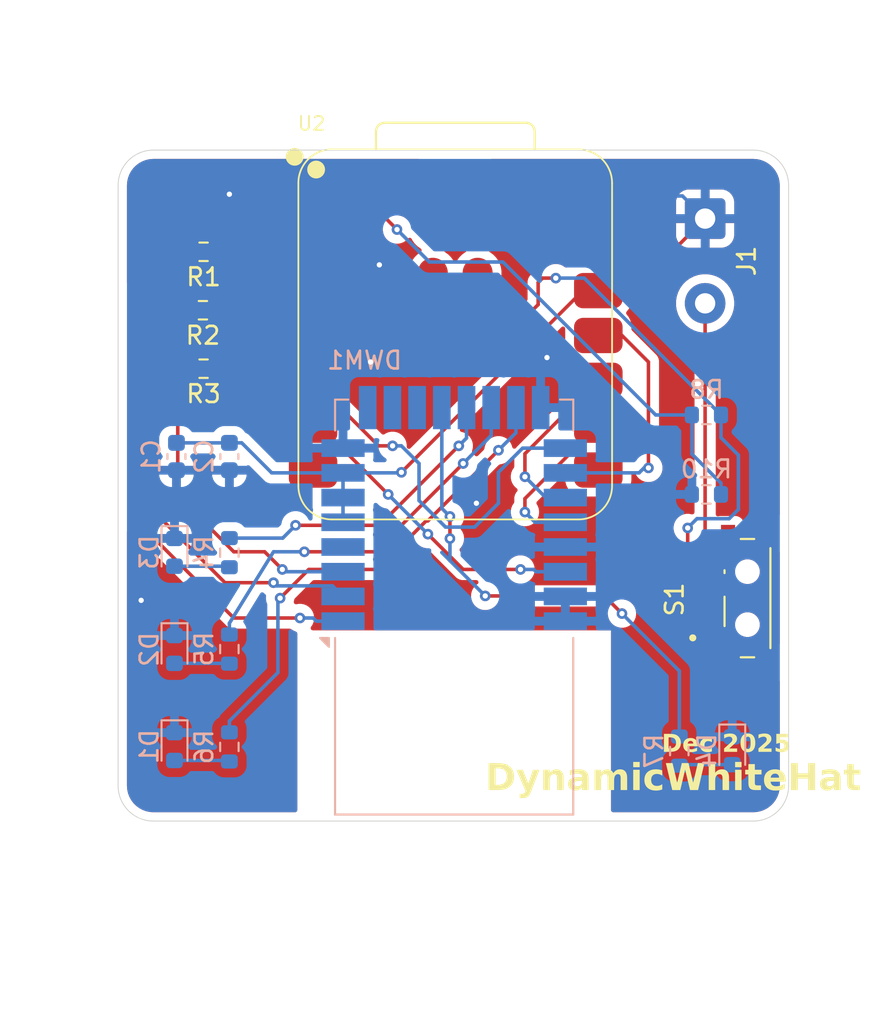
<source format=kicad_pcb>
(kicad_pcb (version 20241229) (generator "pcbnew") (generator_version "9.0")
  (layers (0 "F.Cu" signal) (2 "B.Cu" signal) (13 "F.Paste" user) (15 "B.Paste" user) (5 "F.SilkS" user "F.Silkscreen") (7 "B.SilkS" user "B.Silkscreen") (1 "F.Mask" user) (3 "B.Mask" user) (25 "Edge.Cuts" user))
  (net 0 "")
  (net 1 "GND")
  (net 2 "+3V3")
  (net 3 "Net-(D1-A)")
  (net 4 "Net-(D2-A)")
  (net 5 "Net-(D3-A)")
  (net 6 "Net-(D4-A)")
  (net 7 "Net-(DWM1-WAKEUP)")
  (net 8 "Net-(DWM1-GPIO2{slash}RXLED)")
  (net 9 "Net-(DWM1-EXTON)")
  (net 11 "/MOSI")
  (net 12 "Net-(DWM1-GPIO0{slash}RXOKLED)")
  (net 13 "Net-(DWM1-GPIO1{slash}SFDLED)")
  (net 15 "Net-(DWM1-~{RST})")
  (net 16 "/IRQ")
  (net 17 "/CS")
  (net 18 "/MISO")
  (net 21 "Net-(DWM1-GPIO3{slash}TXLED)")
  (net 22 "/CLK")
  (net 23 "Net-(J1-Pin_2)")
  (net 24 "/EXTON")
  (net 25 "/WAKEUP")
  (net 26 "/RST")
  (net 27 "/VSENSE")
  (net 38 "Net-(S1-COM)")
  (footprint "Resistor_SMD:R_0603_1608Metric" (layer "F.Cu") (at 155.5375 83.76 180)
    (property "Reference" "R1" (at 0 -1.43 180) (layer "F.SilkS"))
    (property "Value" "1k")
    (fp_line (start -0.237258 0.5225) (end 0.237258 0.5225) (stroke (width 0.12)) (layer "F.SilkS"))
    (fp_line (start -0.237258 -0.5225) (end 0.237258 -0.5225) (stroke (width 0.12)) (layer "F.SilkS"))
    (pad "1" smd roundrect (at -0.825 0 180) (size 0.8 0.95) (layers "F.Cu" "F.Mask" "F.Paste") (net 24 "/EXTON"))
    (pad "2" smd roundrect (at 0.825 0 180) (size 0.8 0.95) (layers "F.Cu" "F.Mask" "F.Paste") (net 9 "Net-(DWM1-EXTON)"))
  )
  (footprint "Xiao:XIAO-ESP32S3-SMD" (layer "F.Cu") (at 169.805864 88.453)
    (property "Reference" "U2" (at -9 -11.5 0) (layer "F.SilkS") (effects (font (size 0.78232 0.78232) (thickness 0.10668)) (justify left bottom)))
    (property "Value" "XIAO-ESP32-S3-SMD")
    (fp_line (start -8.896364 8.56) (end -8.896364 -8.585) (stroke (width 0.1)) (layer "F.SilkS"))
    (fp_line (start -6.991364 10.465) (end 6.978636 10.465) (stroke (width 0.1)) (layer "F.SilkS"))
    (fp_line (start -4.501364 -10.49) (end -4.497636 -11.500272) (stroke (width 0.127)) (layer "F.SilkS"))
    (fp_line (start -3.997636 -12) (end 3.997636 -12) (stroke (width 0.127)) (layer "F.SilkS"))
    (fp_line (start 4.497636 -11.5) (end 4.497636 -10.49) (stroke (width 0.127)) (layer "F.SilkS"))
    (fp_line (start 6.978636 -10.49) (end -6.991364 -10.49) (stroke (width 0.1)) (layer "F.SilkS"))
    (fp_line (start 8.883636 8.56) (end 8.883636 -8.585) (stroke (width 0.1)) (layer "F.SilkS"))
    (fp_arc (start -8.896364 -8.589) (mid -8.338402 -9.936038) (end -6.991364 -10.494) (stroke (width 0.1)) (layer "F.SilkS"))
    (fp_arc (start -6.991364 10.465) (mid -8.338402 9.907038) (end -8.896364 8.56) (stroke (width 0.1)) (layer "F.SilkS"))
    (fp_arc (start -4.497636 -11.500272) (mid -4.351088 -11.853644) (end -3.997636 -12) (stroke (width 0.127)) (layer "F.SilkS"))
    (fp_arc (start 3.997636 -12) (mid 4.351189 -11.853553) (end 4.497636 -11.5) (stroke (width 0.127)) (layer "F.SilkS"))
    (fp_arc (start 6.978636 -10.49) (mid 8.325674 -9.932038) (end 8.883636 -8.585) (stroke (width 0.1)) (layer "F.SilkS"))
    (fp_arc (start 8.883636 8.56) (mid 8.325674 9.907038) (end 6.978636 10.465) (stroke (width 0.1)) (layer "F.SilkS"))
    (fp_circle (center -9.106364 -10.074) (end -9.106364 -10.328) (stroke (width 0.5)) (fill yes) (layer "F.SilkS"))
    (fp_circle (center -7.889364 -9.351) (end -7.889364 -9.605) (stroke (width 0.5)) (fill yes) (layer "F.SilkS"))
    (pad "1" smd roundrect (at -8.061364 -7.573) (size 2.75 2) (layers "F.Cu" "F.Mask" "F.Paste") (net 27 "/VSENSE"))
    (pad "2" smd roundrect (at -8.061364 -5.033) (size 2.75 2) (layers "F.Cu" "F.Mask" "F.Paste") (net 24 "/EXTON"))
    (pad "3" smd roundrect (at -8.061364 -2.493) (size 2.75 2) (layers "F.Cu" "F.Mask" "F.Paste") (net 25 "/WAKEUP"))
    (pad "4" smd roundrect (at -8.061364 0.047) (size 2.75 2) (layers "F.Cu" "F.Mask" "F.Paste") (net 26 "/RST"))
    (pad "5" smd roundrect (at -8.061364 2.587) (size 2.75 2) (layers "F.Cu" "F.Mask" "F.Paste") (net 17 "/CS"))
    (pad "6" smd roundrect (at -8.061364 5.127) (size 2.75 2) (layers "F.Cu" "F.Mask" "F.Paste") (net 16 "/IRQ"))
    (pad "7" smd roundrect (at -8.061364 7.667) (size 2.75 2) (layers "F.Cu" "F.Mask" "F.Paste"))
    (pad "8" smd roundrect (at 8.103636 7.667) (size 2.75 2) (layers "F.Cu" "F.Mask" "F.Paste"))
    (pad "9" smd roundrect (at 8.103636 5.127) (size 2.75 2) (layers "F.Cu" "F.Mask" "F.Paste") (net 22 "/CLK"))
    (pad "10" smd roundrect (at 8.103636 2.587) (size 2.75 2) (layers "F.Cu" "F.Mask" "F.Paste") (net 18 "/MISO"))
    (pad "11" smd roundrect (at 8.103636 0.047) (size 2.75 2) (layers "F.Cu" "F.Mask" "F.Paste") (net 11 "/MOSI"))
    (pad "12" smd roundrect (at 8.103636 -2.493) (size 2.75 2) (layers "F.Cu" "F.Mask" "F.Paste") (net 2 "+3V3"))
    (pad "13" smd roundrect (at 8.103636 -5.033) (size 2.75 2) (layers "F.Cu" "F.Mask" "F.Paste") (net 1 "GND"))
    (pad "14" smd roundrect (at 8.103636 -7.573) (size 2.75 2) (layers "F.Cu" "F.Mask" "F.Paste"))
    (pad "15" smd roundrect (at -4.451364 -0.335 180) (size 2.5 1.1) (layers "F.Cu" "F.Mask" "F.Paste") (net 38 "Net-(S1-COM)"))
    (pad "16" smd roundrect (at -4.451364 -2.24 180) (size 2.5 1.1) (layers "F.Cu" "F.Mask" "F.Paste") (net 1 "GND"))
    (pad "17" smd circle (at -1.276364 -8.585) (size 1.7 1.7) (layers "F.Cu" "F.Mask" "F.Paste"))
    (pad "18" smd circle (at 1.263636 -8.585) (size 1.7 1.7) (layers "F.Cu" "F.Mask" "F.Paste"))
    (pad "19" smd circle (at -1.276364 -6.045) (size 1.7 1.7) (layers "F.Cu" "F.Mask" "F.Paste"))
    (pad "20" smd circle (at 1.263636 -6.045) (size 1.7 1.7) (layers "F.Cu" "F.Mask" "F.Paste") (net 1 "GND"))
    (pad "21" smd circle (at -1.276364 -3.505) (size 1.7 1.7) (layers "F.Cu" "F.Mask" "F.Paste"))
    (pad "22" smd circle (at 1.263636 -3.505) (size 1.7 1.7) (layers "F.Cu" "F.Mask" "F.Paste"))
    (pad "23" smd circle (at -1.276364 -0.965) (size 1.7 1.7) (layers "F.Cu" "F.Mask" "F.Paste"))
    (pad "24" smd circle (at 1.263636 -0.965) (size 1.7 1.7) (layers "F.Cu" "F.Mask" "F.Paste"))
  )
  (footprint "Resistor_SMD:R_0603_1608Metric" (layer "F.Cu") (at 155.5375 90.38 180)
    (property "Reference" "R3" (at 0 -1.43 180) (layer "F.SilkS"))
    (property "Value" "1k")
    (fp_line (start -0.237258 0.5225) (end 0.237258 0.5225) (stroke (width 0.12)) (layer "F.SilkS"))
    (fp_line (start -0.237258 -0.5225) (end 0.237258 -0.5225) (stroke (width 0.12)) (layer "F.SilkS"))
    (pad "1" smd roundrect (at -0.825 0 180) (size 0.8 0.95) (layers "F.Cu" "F.Mask" "F.Paste") (net 26 "/RST"))
    (pad "2" smd roundrect (at 0.825 0 180) (size 0.8 0.95) (layers "F.Cu" "F.Mask" "F.Paste") (net 15 "Net-(DWM1-~{RST})"))
  )
  (footprint "Connector_Wire:SolderWire-0.5sqmm_1x02_P4.8mm_D0.9mm_OD2.3mm" (layer "F.Cu") (at 183.9625 81.88 -90)
    (property "Reference" "J1" (at 2.4 -2.35 90) (layer "F.SilkS"))
    (property "Value" "Conn_01x02_Socket")
    (pad "1" thru_hole roundrect (at 0 0 270) (size 2.3 2.3) (drill 1.15) (layers "*.Cu" "*.Mask") (roundrect_rratio 0.108696) (net 1 "GND"))
    (pad "2" thru_hole circle (at 4.8 0 270) (size 2.3 2.3) (drill 1.15) (layers "*.Cu" "*.Mask") (net 23 "Net-(J1-Pin_2)"))
  )
  (footprint "'Swight:SW_SSSS811101" (layer "F.Cu") (at 186.3625 103.375 90)
    (property "Reference" "S1" (at -0.075 -4.135 90) (layer "F.SilkS"))
    (property "Value" "JS102011CQN")
    (fp_line (start 1.42 -1.3) (end 1.58 -1.3) (stroke (width 0.127)) (layer "F.SilkS"))
    (fp_line (start -1.58 -1.3) (end 0.08 -1.3) (stroke (width 0.127)) (layer "F.SilkS"))
    (fp_line (start 3.35 0.38) (end 3.35 -0.38) (stroke (width 0.127)) (layer "F.SilkS"))
    (fp_line (start -3.35 0.38) (end -3.35 -0.38) (stroke (width 0.127)) (layer "F.SilkS"))
    (fp_line (start 2.83 1.3) (end -2.83 1.3) (stroke (width 0.127)) (layer "F.SilkS"))
    (fp_circle (center -2.25 -3.1) (end -2.15 -3.1) (stroke (width 0.2)) (fill no) (layer "F.SilkS"))
    (pad "" np_thru_hole circle (at -1.5 0 90) (size 0.9 0.9) (drill 0.9) (layers "*.Cu" "*.Mask"))
    (pad "" np_thru_hole circle (at 1.5 0 90) (size 0.9 0.9) (drill 0.9) (layers "*.Cu" "*.Mask"))
    (pad "1" smd rect (at -2.25 -1.75 90) (size 0.7 1.5) (layers "F.Cu" "F.Mask" "F.Paste"))
    (pad "2" smd rect (at 0.75 -1.75 90) (size 0.7 1.5) (layers "F.Cu" "F.Mask" "F.Paste") (net 38 "Net-(S1-COM)"))
    (pad "3" smd rect (at 2.25 -1.75 90) (size 0.7 1.5) (layers "F.Cu" "F.Mask" "F.Paste") (net 23 "Net-(J1-Pin_2)"))
    (pad "SH1" smd rect (at -3.65 -1.1 90) (size 1 0.8) (layers "F.Cu" "F.Mask" "F.Paste"))
    (pad "SH2" smd rect (at 3.65 -1.1 90) (size 1 0.8) (layers "F.Cu" "F.Mask" "F.Paste"))
    (pad "SH3" smd rect (at -3.65 1.1 90) (size 1 0.8) (layers "F.Cu" "F.Mask" "F.Paste"))
    (pad "SH4" smd rect (at 3.65 1.1 90) (size 1 0.8) (layers "F.Cu" "F.Mask" "F.Paste"))
  )
  (footprint "Resistor_SMD:R_0603_1608Metric" (layer "F.Cu") (at 155.5 87.07 180)
    (property "Reference" "R2" (at 0 -1.43 180) (layer "F.SilkS"))
    (property "Value" "1k")
    (fp_line (start -0.237258 0.5225) (end 0.237258 0.5225) (stroke (width 0.12)) (layer "F.SilkS"))
    (fp_line (start -0.237258 -0.5225) (end 0.237258 -0.5225) (stroke (width 0.12)) (layer "F.SilkS"))
    (pad "1" smd roundrect (at -0.825 0 180) (size 0.8 0.95) (layers "F.Cu" "F.Mask" "F.Paste") (net 25 "/WAKEUP"))
    (pad "2" smd roundrect (at 0.825 0 180) (size 0.8 0.95) (layers "F.Cu" "F.Mask" "F.Paste") (net 7 "Net-(DWM1-WAKEUP)"))
  )
  (footprint "Resistor_SMD:R_0603_1608Metric" (layer "B.Cu") (at 184.0375 97.5 180)
    (property "Reference" "R10" (at 0 1.43 0) (layer "B.SilkS") (effects (justify mirror)))
    (property "Value" "220k")
    (fp_line (start -0.237258 0.5225) (end 0.237258 0.5225) (stroke (width 0.12)) (layer "B.SilkS"))
    (fp_line (start -0.237258 -0.5225) (end 0.237258 -0.5225) (stroke (width 0.12)) (layer "B.SilkS"))
    (pad "1" smd roundrect (at -0.825 0 180) (size 0.8 0.95) (layers "B.Cu" "B.Mask" "B.Paste") (net 27 "/VSENSE"))
    (pad "2" smd roundrect (at 0.825 0 180) (size 0.8 0.95) (layers "B.Cu" "B.Mask" "B.Paste") (net 1 "GND"))
  )
  (footprint "LED_SMD:LED_0603_1608Metric" (layer "B.Cu") (at 153.89 100.78 -90)
    (property "Reference" "D3" (at 0 1.43 90) (layer "B.SilkS") (effects (justify mirror)))
    (property "Value" "LED")
    (fp_line (start -1.485 0.735) (end -1.485 -0.735) (stroke (width 0.12)) (layer "B.SilkS"))
    (fp_line (start 0.8 0.735) (end -1.485 0.735) (stroke (width 0.12)) (layer "B.SilkS"))
    (fp_line (start -1.485 -0.735) (end 0.8 -0.735) (stroke (width 0.12)) (layer "B.SilkS"))
    (pad "1" smd roundrect (at -0.7875 0 270) (size 0.875 0.95) (layers "B.Cu" "B.Mask" "B.Paste") (net 1 "GND"))
    (pad "2" smd roundrect (at 0.7875 0 270) (size 0.875 0.95) (layers "B.Cu" "B.Mask" "B.Paste") (net 5 "Net-(D3-A)"))
  )
  (footprint "Resistor_SMD:R_0603_1608Metric" (layer "B.Cu") (at 157 100.8 -90)
    (property "Reference" "R4" (at 0 1.43 90) (layer "B.SilkS") (effects (justify mirror)))
    (property "Value" "470R")
    (fp_line (start -0.237258 0.5225) (end 0.237258 0.5225) (stroke (width 0.12)) (layer "B.SilkS"))
    (fp_line (start -0.237258 -0.5225) (end 0.237258 -0.5225) (stroke (width 0.12)) (layer "B.SilkS"))
    (pad "1" smd roundrect (at -0.825 0 270) (size 0.8 0.95) (layers "B.Cu" "B.Mask" "B.Paste") (net 8 "Net-(DWM1-GPIO2{slash}RXLED)"))
    (pad "2" smd roundrect (at 0.825 0 270) (size 0.8 0.95) (layers "B.Cu" "B.Mask" "B.Paste") (net 5 "Net-(D3-A)"))
  )
  (footprint "Resistor_SMD:R_0603_1608Metric" (layer "B.Cu") (at 182.5 112.0375 -90)
    (property "Reference" "R7" (at 0 1.43 90) (layer "B.SilkS") (effects (justify mirror)))
    (property "Value" "470R")
    (fp_line (start -0.237258 0.5225) (end 0.237258 0.5225) (stroke (width 0.12)) (layer "B.SilkS"))
    (fp_line (start -0.237258 -0.5225) (end 0.237258 -0.5225) (stroke (width 0.12)) (layer "B.SilkS"))
    (pad "1" smd roundrect (at -0.825 0 270) (size 0.8 0.95) (layers "B.Cu" "B.Mask" "B.Paste") (net 21 "Net-(DWM1-GPIO3{slash}TXLED)"))
    (pad "2" smd roundrect (at 0.825 0 270) (size 0.8 0.95) (layers "B.Cu" "B.Mask" "B.Paste") (net 6 "Net-(D4-A)"))
  )
  (footprint "Capacitor_SMD:C_0603_1608Metric" (layer "B.Cu") (at 154 95.355 -90)
    (property "Reference" "C1" (at 0 1.43 90) (layer "B.SilkS") (effects (justify mirror)))
    (property "Value" "10uF")
    (fp_line (start -0.14058 0.51) (end 0.14058 0.51) (stroke (width 0.12)) (layer "B.SilkS"))
    (fp_line (start -0.14058 -0.51) (end 0.14058 -0.51) (stroke (width 0.12)) (layer "B.SilkS"))
    (pad "1" smd roundrect (at -0.775 0 270) (size 0.9 0.95) (layers "B.Cu" "B.Mask" "B.Paste") (net 2 "+3V3"))
    (pad "2" smd roundrect (at 0.775 0 270) (size 0.9 0.95) (layers "B.Cu" "B.Mask" "B.Paste") (net 1 "GND"))
  )
  (footprint "LED_SMD:LED_0603_1608Metric" (layer "B.Cu") (at 153.89 106.28 -90)
    (property "Reference" "D2" (at 0 1.43 90) (layer "B.SilkS") (effects (justify mirror)))
    (property "Value" "LED")
    (fp_line (start -1.485 0.735) (end -1.485 -0.735) (stroke (width 0.12)) (layer "B.SilkS"))
    (fp_line (start 0.8 0.735) (end -1.485 0.735) (stroke (width 0.12)) (layer "B.SilkS"))
    (fp_line (start -1.485 -0.735) (end 0.8 -0.735) (stroke (width 0.12)) (layer "B.SilkS"))
    (pad "1" smd roundrect (at -0.7875 0 270) (size 0.875 0.95) (layers "B.Cu" "B.Mask" "B.Paste") (net 1 "GND"))
    (pad "2" smd roundrect (at 0.7875 0 270) (size 0.875 0.95) (layers "B.Cu" "B.Mask" "B.Paste") (net 4 "Net-(D2-A)"))
  )
  (footprint "LED_SMD:LED_0603_1608Metric" (layer "B.Cu") (at 153.89 111.78 -90)
    (property "Reference" "D1" (at 0 1.43 90) (layer "B.SilkS") (effects (justify mirror)))
    (property "Value" "LED")
    (fp_line (start -1.485 0.735) (end -1.485 -0.735) (stroke (width 0.12)) (layer "B.SilkS"))
    (fp_line (start 0.8 0.735) (end -1.485 0.735) (stroke (width 0.12)) (layer "B.SilkS"))
    (fp_line (start -1.485 -0.735) (end 0.8 -0.735) (stroke (width 0.12)) (layer "B.SilkS"))
    (pad "1" smd roundrect (at -0.7875 0 270) (size 0.875 0.95) (layers "B.Cu" "B.Mask" "B.Paste") (net 1 "GND"))
    (pad "2" smd roundrect (at 0.7875 0 270) (size 0.875 0.95) (layers "B.Cu" "B.Mask" "B.Paste") (net 3 "Net-(D1-A)"))
  )
  (footprint "RF_Module:DWM1000" (layer "B.Cu") (at 169.74 103.88)
    (property "Reference" "DWM1" (at -5.08 -13.97 0) (layer "B.SilkS") (effects (justify mirror)))
    (property "Value" "DWM1000")
    (fp_line (start -6.75 -11.75) (end -6.75 -10) (stroke (width 0.12)) (layer "B.SilkS"))
    (fp_line (start -6.75 11.75) (end -6.75 1.75) (stroke (width 0.12)) (layer "B.SilkS"))
    (fp_line (start -6.75 11.75) (end 6.75 11.75) (stroke (width 0.12)) (layer "B.SilkS"))
    (fp_line (start -6 -11.75) (end -6.75 -11.75) (stroke (width 0.12)) (layer "B.SilkS"))
    (fp_line (start 6 -11.75) (end 6.75 -11.75) (stroke (width 0.12)) (layer "B.SilkS"))
    (fp_line (start 6.75 -11.75) (end 6.75 -10) (stroke (width 0.12)) (layer "B.SilkS"))
    (fp_line (start 6.75 11.75) (end 6.75 1.75) (stroke (width 0.12)) (layer "B.SilkS"))
    (fp_poly (pts (xy -7.1 1.75) (xy -7.6 1.75) (xy -7.1 2.25) (xy -7.1 1.75)) (stroke (width 0.12)) (fill yes) (layer "B.SilkS"))
    (pad "1" smd rect (at -6.3 0.7988 270) (size 1 2.45) (layers "B.Cu" "B.Mask" "B.Paste") (net 9 "Net-(DWM1-EXTON)"))
    (pad "2" smd rect (at -6.3 -0.6012 270) (size 1 2.45) (layers "B.Cu" "B.Mask" "B.Paste") (net 7 "Net-(DWM1-WAKEUP)"))
    (pad "3" smd rect (at -6.3 -2.0012 270) (size 1 2.45) (layers "B.Cu" "B.Mask" "B.Paste") (net 15 "Net-(DWM1-~{RST})"))
    (pad "4" smd rect (at -6.3 -3.4012 270) (size 1 2.45) (layers "B.Cu" "B.Mask" "B.Paste"))
    (pad "5" smd rect (at -6.3 -4.8012 270) (size 1 2.45) (layers "B.Cu" "B.Mask" "B.Paste") (net 2 "+3V3"))
    (pad "6" smd rect (at -6.3 -6.2012 270) (size 1 2.45) (layers "B.Cu" "B.Mask" "B.Paste") (net 2 "+3V3"))
    (pad "7" smd rect (at -6.3 -7.6012 270) (size 1 2.45) (layers "B.Cu" "B.Mask" "B.Paste") (net 2 "+3V3"))
    (pad "8" smd rect (at -6.3 -9.0012 270) (size 1 2.45) (layers "B.Cu" "B.Mask" "B.Paste") (net 1 "GND"))
    (pad "9" smd rect (at -4.9 -11.2962) (size 1 2.45) (layers "B.Cu" "B.Mask" "B.Paste"))
    (pad "10" smd rect (at -3.5 -11.2962) (size 1 2.45) (layers "B.Cu" "B.Mask" "B.Paste"))
    (pad "11" smd rect (at -2.1 -11.2962) (size 1 2.45) (layers "B.Cu" "B.Mask" "B.Paste"))
    (pad "12" smd rect (at -0.7 -11.2962) (size 1 2.45) (layers "B.Cu" "B.Mask" "B.Paste") (net 21 "Net-(DWM1-GPIO3{slash}TXLED)"))
    (pad "13" smd rect (at 0.7 -11.2962) (size 1 2.45) (layers "B.Cu" "B.Mask" "B.Paste") (net 8 "Net-(DWM1-GPIO2{slash}RXLED)"))
    (pad "14" smd rect (at 2.1 -11.2962) (size 1 2.45) (layers "B.Cu" "B.Mask" "B.Paste") (net 13 "Net-(DWM1-GPIO1{slash}SFDLED)"))
    (pad "15" smd rect (at 3.5 -11.2962) (size 1 2.45) (layers "B.Cu" "B.Mask" "B.Paste") (net 12 "Net-(DWM1-GPIO0{slash}RXOKLED)"))
    (pad "16" smd rect (at 4.9 -11.2962) (size 1 2.45) (layers "B.Cu" "B.Mask" "B.Paste") (net 1 "GND"))
    (pad "17" smd rect (at 6.3 -9 270) (size 1 2.45) (layers "B.Cu" "B.Mask" "B.Paste") (net 17 "/CS"))
    (pad "18" smd rect (at 6.3 -7.6 270) (size 1 2.45) (layers "B.Cu" "B.Mask" "B.Paste") (net 11 "/MOSI"))
    (pad "19" smd rect (at 6.3 -6.2012 270) (size 1 2.45) (layers "B.Cu" "B.Mask" "B.Paste") (net 18 "/MISO"))
    (pad "20" smd rect (at 6.3 -4.8012 270) (size 1 2.45) (layers "B.Cu" "B.Mask" "B.Paste") (net 22 "/CLK"))
    (pad "21" smd rect (at 6.3 -3.4012 270) (size 1 2.45) (layers "B.Cu" "B.Mask" "B.Paste") (net 1 "GND"))
    (pad "22" smd rect (at 6.3 -2.0012 270) (size 1 2.45) (layers "B.Cu" "B.Mask" "B.Paste") (net 16 "/IRQ"))
    (pad "23" smd rect (at 6.3 -0.6012 270) (size 1 2.45) (layers "B.Cu" "B.Mask" "B.Paste") (net 1 "GND"))
    (pad "24" smd rect (at 6.3 0.7988 270) (size 1 2.45) (layers "B.Cu" "B.Mask" "B.Paste") (net 1 "GND"))
    (zone (net 0) (net_name "") (layers "F.Cu" "B.Cu") (connect_pads (clearance 0)) (min_thickness 0.254)
      (keepout (tracks not_allowed) (vias not_allowed) (pads not_allowed) (copperpour not_allowed) (footprints not_allowed))
      (fill (thermal_gap 0.508) (thermal_bridge_width 0.508))
      (polygon (pts (xy 160.85 105.2) (xy 178.63 105.2) (xy 178.63 116.58) (xy 160.85 116.58)))
    )
  )
  (footprint "Resistor_SMD:R_0603_1608Metric" (layer "B.Cu") (at 184.0375 93 180)
    (property "Reference" "R8" (at 0 1.43 0) (layer "B.SilkS") (effects (justify mirror)))
    (property "Value" "220k")
    (fp_line (start -0.237258 0.5225) (end 0.237258 0.5225) (stroke (width 0.12)) (layer "B.SilkS"))
    (fp_line (start -0.237258 -0.5225) (end 0.237258 -0.5225) (stroke (width 0.12)) (layer "B.SilkS"))
    (pad "1" smd roundrect (at -0.825 0 180) (size 0.8 0.95) (layers "B.Cu" "B.Mask" "B.Paste") (net 38 "Net-(S1-COM)"))
    (pad "2" smd roundrect (at 0.825 0 180) (size 0.8 0.95) (layers "B.Cu" "B.Mask" "B.Paste") (net 27 "/VSENSE"))
  )
  (footprint "LED_SMD:LED_0603_1608Metric" (layer "B.Cu") (at 185.5 112.0175 -90)
    (property "Reference" "D4" (at 0 1.43 90) (layer "B.SilkS") (effects (justify mirror)))
    (property "Value" "LED")
    (fp_line (start -1.485 0.735) (end -1.485 -0.735) (stroke (width 0.12)) (layer "B.SilkS"))
    (fp_line (start 0.8 0.735) (end -1.485 0.735) (stroke (width 0.12)) (layer "B.SilkS"))
    (fp_line (start -1.485 -0.735) (end 0.8 -0.735) (stroke (width 0.12)) (layer "B.SilkS"))
    (pad "1" smd roundrect (at -0.7875 0 270) (size 0.875 0.95) (layers "B.Cu" "B.Mask" "B.Paste") (net 1 "GND"))
    (pad "2" smd roundrect (at 0.7875 0 270) (size 0.875 0.95) (layers "B.Cu" "B.Mask" "B.Paste") (net 6 "Net-(D4-A)"))
  )
  (footprint "Resistor_SMD:R_0603_1608Metric" (layer "B.Cu") (at 157 106.26 -90)
    (property "Reference" "R5" (at 0 1.43 90) (layer "B.SilkS") (effects (justify mirror)))
    (property "Value" "470R")
    (fp_line (start -0.237258 0.5225) (end 0.237258 0.5225) (stroke (width 0.12)) (layer "B.SilkS"))
    (fp_line (start -0.237258 -0.5225) (end 0.237258 -0.5225) (stroke (width 0.12)) (layer "B.SilkS"))
    (pad "1" smd roundrect (at -0.825 0 270) (size 0.8 0.95) (layers "B.Cu" "B.Mask" "B.Paste") (net 13 "Net-(DWM1-GPIO1{slash}SFDLED)"))
    (pad "2" smd roundrect (at 0.825 0 270) (size 0.8 0.95) (layers "B.Cu" "B.Mask" "B.Paste") (net 4 "Net-(D2-A)"))
  )
  (footprint "Capacitor_SMD:C_0603_1608Metric" (layer "B.Cu") (at 157 95.355 -90)
    (property "Reference" "C2" (at 0 1.43 90) (layer "B.SilkS") (effects (justify mirror)))
    (property "Value" "0.1uF")
    (fp_line (start -0.14058 0.51) (end 0.14058 0.51) (stroke (width 0.12)) (layer "B.SilkS"))
    (fp_line (start -0.14058 -0.51) (end 0.14058 -0.51) (stroke (width 0.12)) (layer "B.SilkS"))
    (pad "1" smd roundrect (at -0.775 0 270) (size 0.9 0.95) (layers "B.Cu" "B.Mask" "B.Paste") (net 2 "+3V3"))
    (pad "2" smd roundrect (at 0.775 0 270) (size 0.9 0.95) (layers "B.Cu" "B.Mask" "B.Paste") (net 1 "GND"))
  )
  (footprint "Resistor_SMD:R_0603_1608Metric" (layer "B.Cu") (at 157 111.8 -90)
    (property "Reference" "R6" (at 0 1.43 90) (layer "B.SilkS") (effects (justify mirror)))
    (property "Value" "470R")
    (fp_line (start -0.237258 0.5225) (end 0.237258 0.5225) (stroke (width 0.12)) (layer "B.SilkS"))
    (fp_line (start -0.237258 -0.5225) (end 0.237258 -0.5225) (stroke (width 0.12)) (layer "B.SilkS"))
    (pad "1" smd roundrect (at -0.825 0 270) (size 0.8 0.95) (layers "B.Cu" "B.Mask" "B.Paste") (net 12 "Net-(DWM1-GPIO0{slash}RXOKLED)"))
    (pad "2" smd roundrect (at 0.825 0 270) (size 0.8 0.95) (layers "B.Cu" "B.Mask" "B.Paste") (net 3 "Net-(D1-A)"))
  )
  (gr_line (start 188.695 80) (end 188.695 114) (stroke (width 0.05)) (layer "Edge.Cuts"))
  (gr_line (start 186.695 116) (end 152.695 116) (stroke (width 0.05)) (layer "Edge.Cuts"))
  (gr_line (start 150.695 114) (end 150.695 80) (stroke (width 0.05)) (layer "Edge.Cuts"))
  (gr_line (start 152.695 78) (end 186.695 78) (stroke (width 0.05)) (layer "Edge.Cuts"))
  (gr_arc (start 152.695 116) (mid 151.280786 115.414214) (end 150.695 114) (stroke (width 0.05)) (layer "Edge.Cuts"))
  (gr_arc (start 188.695 114) (mid 188.109214 115.414214) (end 186.695 116) (stroke (width 0.05)) (layer "Edge.Cuts"))
  (gr_arc (start 150.695 80) (mid 151.280786 78.585786) (end 152.695 78) (stroke (width 0.05)) (layer "Edge.Cuts"))
  (gr_arc (start 186.695 78) (mid 188.109214 78.585786) (end 188.695 80) (stroke (width 0.05)) (layer "Edge.Cuts"))
  (gr_text "DynamicWhiteHat" (at 171.5 114.5 0) (layer "F.SilkS") (effects (font (size 1.5 1.5) (thickness 0.3) (bold yes)) (justify left bottom)))
  (gr_text "Dec 2025" (at 181.5 112.25 0) (layer "F.SilkS") (effects (font (size 1 1) (thickness 0.25) (bold yes)) (justify left bottom)))
  (segment (start 177.9095 83.42) (end 182.4225 83.42) (width 0.2) (layer "F.Cu") (net 1))
  (segment (start 182.4225 83.42) (end 183.9625 81.88) (width 0.2) (layer "F.Cu") (net 1))
  (segment (start 165.5 86.0675) (end 165.3545 86.213) (width 0.2) (layer "F.Cu") (net 1))
  (segment (start 165.5 84.5) (end 165.5 86.0675) (width 0.2) (layer "F.Cu") (net 1))
  (via (at 165.5 84.5) (size 0.6) (drill 0.3) (layers "F.Cu" "B.Cu") (net 1))
  (via (at 175 89.75) (size 0.6) (drill 0.3) (layers "F.Cu" "B.Cu") (net 1))
  (via (at 152 103.5) (size 0.6) (drill 0.3) (layers "F.Cu" "B.Cu") (net 1))
  (via (at 157 80.5) (size 0.6) (drill 0.3) (layers "F.Cu" "B.Cu") (net 1))
  (via (at 165 90) (size 0.6) (drill 0.3) (layers "F.Cu" "B.Cu") (net 1))
  (via (at 171 98) (size 0.6) (drill 0.3) (layers "F.Cu" "B.Cu") (net 1))
  (segment (start 165.5 82.25) (end 165.5 84.5) (width 0.2) (layer "B.Cu") (net 1))
  (segment (start 182.6815 80.599) (end 167.151 80.599) (width 0.2) (layer "B.Cu") (net 1))
  (segment (start 166.5 81.25) (end 165.5 82.25) (width 0.2) (layer "B.Cu") (net 1))
  (segment (start 183.9625 81.88) (end 182.6815 80.599) (width 0.2) (layer "B.Cu") (net 1))
  (segment (start 167.151 80.599) (end 166.5 81.25) (width 0.2) (layer "B.Cu") (net 1))
  (segment (start 177.04 85.96) (end 166.75 96.25) (width 0.2) (layer "F.Cu") (net 2))
  (segment (start 177.9095 85.96) (end 177.04 85.96) (width 0.2) (layer "F.Cu") (net 2))
  (via (at 166.75 96.25) (size 0.6) (drill 0.3) (layers "F.Cu" "B.Cu") (net 2))
  (segment (start 157.7 94.58) (end 159.3988 96.2788) (width 0.2) (layer "B.Cu") (net 2))
  (segment (start 157 94.58) (end 157.7 94.58) (width 0.2) (layer "B.Cu") (net 2))
  (segment (start 163.44 97.6788) (end 163.44 96.2788) (width 0.2) (layer "B.Cu") (net 2))
  (segment (start 154 94.58) (end 157 94.58) (width 0.2) (layer "B.Cu") (net 2))
  (segment (start 166.7212 96.2788) (end 163.44 96.2788) (width 0.2) (layer "B.Cu") (net 2))
  (segment (start 166.75 96.25) (end 166.7212 96.2788) (width 0.2) (layer "B.Cu") (net 2))
  (segment (start 163.44 96.2788) (end 159.3988 96.2788) (width 0.2) (layer "B.Cu") (net 2))
  (segment (start 163.44 97.6788) (end 163.44 99.0788) (width 0.2) (layer "B.Cu") (net 2))
  (segment (start 153.89 112.5675) (end 156.9425 112.5675) (width 0.2) (layer "B.Cu") (net 3))
  (segment (start 156.9425 112.5675) (end 157 112.625) (width 0.2) (layer "B.Cu") (net 3))
  (segment (start 153.89 107.0675) (end 156.9825 107.0675) (width 0.2) (layer "B.Cu") (net 4))
  (segment (start 156.9825 107.0675) (end 157 107.085) (width 0.2) (layer "B.Cu") (net 4))
  (segment (start 153.89 101.5675) (end 156.9425 101.5675) (width 0.2) (layer "B.Cu") (net 5))
  (segment (start 156.9425 101.5675) (end 157 101.625) (width 0.2) (layer "B.Cu") (net 5))
  (segment (start 185.5 112.805) (end 182.5575 112.805) (width 0.2) (layer "B.Cu") (net 6))
  (segment (start 182.5575 112.805) (end 182.5 112.8625) (width 0.2) (layer "B.Cu") (net 6))
  (segment (start 152.5 98.25) (end 152.5 88.6075) (width 0.2) (layer "F.Cu") (net 7))
  (segment (start 152.5 88.6075) (end 154.0375 87.07) (width 0.2) (layer "F.Cu") (net 7))
  (segment (start 159.5 102.5) (end 156.75 102.5) (width 0.2) (layer "F.Cu") (net 7))
  (segment (start 154.0375 87.07) (end 154.675 87.07) (width 0.2) (layer "F.Cu") (net 7))
  (segment (start 156.75 102.5) (end 152.5 98.25) (width 0.2) (layer "F.Cu") (net 7))
  (via (at 159.5 102.5) (size 0.6) (drill 0.3) (layers "F.Cu" "B.Cu") (net 7))
  (segment (start 162.841 102.6798) (end 163.44 103.2788) (width 0.2) (layer "B.Cu") (net 7))
  (segment (start 159.6798 102.6798) (end 162.841 102.6798) (width 0.2) (layer "B.Cu") (net 7))
  (segment (start 159.5 102.5) (end 159.6798 102.6798) (width 0.2) (layer "B.Cu") (net 7))
  (segment (start 165.5 99.25) (end 170 94.75) (width 0.2) (layer "F.Cu") (net 8))
  (segment (start 160.75 99.25) (end 165.5 99.25) (width 0.2) (layer "F.Cu") (net 8))
  (via (at 160.75 99.25) (size 0.6) (drill 0.3) (layers "F.Cu" "B.Cu") (net 8))
  (via (at 170 94.75) (size 0.6) (drill 0.3) (layers "F.Cu" "B.Cu") (net 8))
  (segment (start 170.44 94.31) (end 170.44 92.5838) (width 0.2) (layer "B.Cu") (net 8))
  (segment (start 157 99.975) (end 160.025 99.975) (width 0.2) (layer "B.Cu") (net 8))
  (segment (start 160.025 99.975) (end 160.75 99.25) (width 0.2) (layer "B.Cu") (net 8))
  (segment (start 170 94.75) (end 170.44 94.31) (width 0.2) (layer "B.Cu") (net 8))
  (segment (start 151.75 99) (end 157.25 104.5) (width 0.2) (layer "F.Cu") (net 9))
  (segment (start 154.075 83.76) (end 151.75 86.085) (width 0.2) (layer "F.Cu") (net 9))
  (segment (start 157.25 104.5) (end 161 104.5) (width 0.2) (layer "F.Cu") (net 9))
  (segment (start 151.75 86.085) (end 151.75 99) (width 0.2) (layer "F.Cu") (net 9))
  (segment (start 154.7125 83.76) (end 154.075 83.76) (width 0.2) (layer "F.Cu") (net 9))
  (via (at 161 104.5) (size 0.6) (drill 0.3) (layers "F.Cu" "B.Cu") (net 9))
  (segment (start 161 104.5) (end 161.75 104.5) (width 0.2) (layer "B.Cu") (net 9))
  (segment (start 161.9288 104.6788) (end 163.44 104.6788) (width 0.2) (layer "B.Cu") (net 9))
  (segment (start 161.75 104.5) (end 161.9288 104.6788) (width 0.2) (layer "B.Cu") (net 9))
  (segment (start 180.75 90) (end 180.75 96) (width 0.2) (layer "F.Cu") (net 11))
  (segment (start 179.25 88.5) (end 180.25 89.5) (width 0.2) (layer "F.Cu") (net 11))
  (segment (start 177.9095 88.5) (end 179.25 88.5) (width 0.2) (layer "F.Cu") (net 11))
  (segment (start 180.25 89.5) (end 180.75 90) (width 0.2) (layer "F.Cu") (net 11))
  (via (at 180.75 96) (size 0.6) (drill 0.3) (layers "F.Cu" "B.Cu") (net 11))
  (segment (start 180.5 96) (end 180.22 96.28) (width 0.2) (layer "B.Cu") (net 11))
  (segment (start 180.22 96.28) (end 176.04 96.28) (width 0.2) (layer "B.Cu") (net 11))
  (segment (start 180.75 96) (end 180.5 96) (width 0.2) (layer "B.Cu") (net 11))
  (segment (start 168.150057 99) (end 168.25 99) (width 0.2) (layer "F.Cu") (net 12))
  (segment (start 161.5 101.75) (end 165.400057 101.75) (width 0.2) (layer "F.Cu") (net 12))
  (segment (start 159.875 103.375) (end 161.5 101.75) (width 0.2) (layer "F.Cu") (net 12))
  (segment (start 168.25 99) (end 172.25 95) (width 0.2) (layer "F.Cu") (net 12))
  (segment (start 165.400057 101.75) (end 168.150057 99) (width 0.2) (layer "F.Cu") (net 12))
  (via (at 172.25 95) (size 0.6) (drill 0.3) (layers "F.Cu" "B.Cu") (net 12))
  (via (at 159.875 103.375) (size 0.6) (drill 0.3) (layers "F.Cu" "B.Cu") (net 12))
  (segment (start 157 110.975) (end 157 110.3375) (width 0.2) (layer "B.Cu") (net 12))
  (segment (start 159.875 103.375) (end 159.75 103.5) (width 0.2) (layer "B.Cu") (net 12))
  (segment (start 159.75 107.5875) (end 157 110.3375) (width 0.2) (layer "B.Cu") (net 12))
  (segment (start 159.75 103.5) (end 159.75 107.5875) (width 0.2) (layer "B.Cu") (net 12))
  (segment (start 172.25 95) (end 173.24 94.01) (width 0.2) (layer "B.Cu") (net 12))
  (segment (start 173.24 94.01) (end 173.24 92.5838) (width 0.2) (layer "B.Cu") (net 12))
  (segment (start 161.25 100.75) (end 165.25 100.75) (width 0.2) (layer "F.Cu") (net 13))
  (segment (start 165.25 100.75) (end 170.25 95.75) (width 0.2) (layer "F.Cu") (net 13))
  (via (at 161.25 100.75) (size 0.6) (drill 0.3) (layers "F.Cu" "B.Cu") (net 13))
  (via (at 170.25 95.75) (size 0.6) (drill 0.3) (layers "F.Cu" "B.Cu") (net 13))
  (segment (start 171.84 94.16) (end 171.84 92.5838) (width 0.2) (layer "B.Cu") (net 13))
  (segment (start 159.5 100.75) (end 161.25 100.75) (width 0.2) (layer "B.Cu") (net 13))
  (segment (start 157 104.7975) (end 159.5 100.75) (width 0.2) (layer "B.Cu") (net 13))
  (segment (start 170.25 95.75) (end 171.84 94.16) (width 0.2) (layer "B.Cu") (net 13))
  (segment (start 157 105.435) (end 157 104.7975) (width 0.2) (layer "B.Cu") (net 13))
  (segment (start 154.075 90.75) (end 154.075 97.575) (width 0.2) (layer "F.Cu") (net 15))
  (segment (start 159 100.75) (end 157.25 100.75) (width 0.2) (layer "F.Cu") (net 15))
  (segment (start 160 101.75) (end 159 100.75) (width 0.2) (layer "F.Cu") (net 15))
  (segment (start 154.7125 90.38) (end 154.445 90.38) (width 0.2) (layer "F.Cu") (net 15))
  (segment (start 154.445 90.38) (end 154.075 90.75) (width 0.2) (layer "F.Cu") (net 15))
  (segment (start 154.075 97.575) (end 157.25 100.75) (width 0.2) (layer "F.Cu") (net 15))
  (via (at 160 101.75) (size 0.6) (drill 0.3) (layers "F.Cu" "B.Cu") (net 15))
  (segment (start 160.1288 101.8788) (end 160 101.75) (width 0.2) (layer "B.Cu") (net 15))
  (segment (start 163.44 101.8788) (end 160.1288 101.8788) (width 0.2) (layer "B.Cu") (net 15))
  (segment (start 161.7445 93.58) (end 162.33 93.58) (width 0.2) (layer "F.Cu") (net 16))
  (segment (start 166 97.5) (end 162.08 93.58) (width 0.2) (layer "F.Cu") (net 16))
  (segment (start 170.25 101.75) (end 168.25 99.75) (width 0.2) (layer "F.Cu") (net 16))
  (segment (start 170.5 101.75) (end 173.5 101.75) (width 0.2) (layer "F.Cu") (net 16))
  (segment (start 170.5 101.75) (end 170.25 101.75) (width 0.2) (layer "F.Cu") (net 16))
  (segment (start 162.08 93.58) (end 161.7445 93.58) (width 0.2) (layer "F.Cu") (net 16))
  (via (at 166 97.5) (size 0.6) (drill 0.3) (layers "F.Cu" "B.Cu") (net 16))
  (via (at 168.25 99.75) (size 0.6) (drill 0.3) (layers "F.Cu" "B.Cu") (net 16))
  (via (at 173.5 101.75) (size 0.6) (drill 0.3) (layers "F.Cu" "B.Cu") (net 16))
  (segment (start 173.5 101.75) (end 174.25 101.75) (width 0.2) (layer "B.Cu") (net 16))
  (segment (start 168.25 99.75) (end 166 97.5) (width 0.2) (layer "B.Cu") (net 16))
  (segment (start 174.3788 101.8788) (end 176.04 101.8788) (width 0.2) (layer "B.Cu") (net 16))
  (segment (start 174.25 101.75) (end 174.3788 101.8788) (width 0.2) (layer "B.Cu") (net 16))
  (segment (start 166.25 94.75) (end 165.4545 94.75) (width 0.2) (layer "F.Cu") (net 17))
  (segment (start 165.4545 94.75) (end 161.7445 91.04) (width 0.2) (layer "F.Cu") (net 17))
  (via (at 166.25 94.75) (size 0.6) (drill 0.3) (layers "F.Cu" "B.Cu") (net 17))
  (segment (start 172.25 96.25) (end 173.62 94.88) (width 0.2) (layer "B.Cu") (net 17))
  (segment (start 167.75 95.75) (end 167.75 97.849943) (width 0.2) (layer "B.Cu") (net 17))
  (segment (start 172.25 98) (end 172.25 96.25) (width 0.2) (layer "B.Cu") (net 17))
  (segment (start 169.251057 99.351) (end 170.899 99.351) (width 0.2) (layer "B.Cu") (net 17))
  (segment (start 170.899 99.351) (end 172.25 98) (width 0.2) (layer "B.Cu") (net 17))
  (segment (start 176.04 94.88) (end 175.91 94.75) (width 0.2) (layer "B.Cu") (net 17))
  (segment (start 166.75 94.75) (end 167.75 95.75) (width 0.2) (layer "B.Cu") (net 17))
  (segment (start 166.25 94.75) (end 166.75 94.75) (width 0.2) (layer "B.Cu") (net 17))
  (segment (start 173.62 94.88) (end 176.04 94.88) (width 0.2) (layer "B.Cu") (net 17))
  (segment (start 167.75 97.849943) (end 169.251057 99.351) (width 0.2) (layer "B.Cu") (net 17))
  (segment (start 177.9095 91.04) (end 173.75 95.1995) (width 0.2) (layer "F.Cu") (net 18))
  (segment (start 173.75 95.1995) (end 173.75 96.5) (width 0.2) (layer "F.Cu") (net 18))
  (via (at 173.75 96.5) (size 0.6) (drill 0.3) (layers "F.Cu" "B.Cu") (net 18))
  (segment (start 173.75 96.5) (end 174.9288 97.6788) (width 0.2) (layer "B.Cu") (net 18))
  (segment (start 174.9288 97.6788) (end 176.04 97.6788) (width 0.2) (layer "B.Cu") (net 18))
  (segment (start 169.5 100) (end 169.5 98.75) (width 0.2) (layer "F.Cu") (net 21))
  (segment (start 171.5 103.25) (end 178.25 103.25) (width 0.2) (layer "F.Cu") (net 21))
  (segment (start 178.25 103.25) (end 179.25 104.25) (width 0.2) (layer "F.Cu") (net 21))
  (via (at 169.5 98.75) (size 0.6) (drill 0.3) (layers "F.Cu" "B.Cu") (net 21))
  (via (at 179.25 104.25) (size 0.6) (drill 0.3) (layers "F.Cu" "B.Cu") (net 21))
  (via (at 171.5 103.25) (size 0.6) (drill 0.3) (layers "F.Cu" "B.Cu") (net 21))
  (via (at 169.5 100) (size 0.6) (drill 0.3) (layers "F.Cu" "B.Cu") (net 21))
  (segment (start 169.04 98.29) (end 169.04 92.5838) (width 0.2) (layer "B.Cu") (net 21))
  (segment (start 182.5 107.5) (end 179.25 104.25) (width 0.2) (layer "B.Cu") (net 21))
  (segment (start 169.04 100.79) (end 169.5 101.25) (width 0.2) (layer "B.Cu") (net 21))
  (segment (start 169.5 101.25) (end 171.5 103.25) (width 0.2) (layer "B.Cu") (net 21))
  (segment (start 169.5 98.75) (end 169.04 98.29) (width 0.2) (layer "B.Cu") (net 21))
  (segment (start 182.5 111.2125) (end 182.5 107.5) (width 0.2) (layer "B.Cu") (net 21))
  (segment (start 169.5 101.25) (end 169.5 100) (width 0.2) (layer "B.Cu") (net 21))
  (segment (start 173.75 98) (end 173.75 98.5) (width 0.2) (layer "F.Cu") (net 22))
  (segment (start 177.9095 93.58) (end 173.75 97.7395) (width 0.2) (layer "F.Cu") (net 22))
  (segment (start 173.75 97.7395) (end 173.75 98) (width 0.2) (layer "F.Cu") (net 22))
  (via (at 173.75 98.5) (size 0.6) (drill 0.3) (layers "F.Cu" "B.Cu") (net 22))
  (segment (start 173.75 98.5) (end 174.3288 99.0788) (width 0.2) (layer "B.Cu") (net 22))
  (segment (start 174.3288 99.0788) (end 176.04 99.0788) (width 0.2) (layer "B.Cu") (net 22))
  (segment (start 183.9625 100.475) (end 184.6125 101.125) (width 0.2) (layer "F.Cu") (net 23))
  (segment (start 183.9625 86.68) (end 183.9625 100.475) (width 0.2) (layer "F.Cu") (net 23))
  (segment (start 156.3625 83.76) (end 157 83.76) (width 0.2) (layer "F.Cu") (net 24))
  (segment (start 161.7445 83.42) (end 157.34 83.42) (width 0.2) (layer "F.Cu") (net 24))
  (segment (start 157.34 83.42) (end 157 83.76) (width 0.2) (layer "F.Cu") (net 24))
  (segment (start 158.0725 85.96) (end 156.9625 87.07) (width 0.2) (layer "F.Cu") (net 25))
  (segment (start 156.325 87.07) (end 156.9625 87.07) (width 0.2) (layer "F.Cu") (net 25))
  (segment (start 161.7445 85.96) (end 158.0725 85.96) (width 0.2) (layer "F.Cu") (net 25))
  (segment (start 158.88 88.5) (end 157 90.38) (width 0.2) (layer "F.Cu") (net 26))
  (segment (start 161.7445 88.5) (end 158.88 88.5) (width 0.2) (layer "F.Cu") (net 26))
  (segment (start 156.3625 90.38) (end 157 90.38) (width 0.2) (layer "F.Cu") (net 26))
  (segment (start 164.25 80.88) (end 161.7445 80.88) (width 0.2) (layer "F.Cu") (net 27))
  (segment (start 164.88 80.88) (end 166.5 82.5) (width 0.2) (layer "F.Cu") (net 27))
  (segment (start 164.25 80.88) (end 164.88 80.88) (width 0.2) (layer "F.Cu") (net 27))
  (via (at 166.5 82.5) (size 0.6) (drill 0.3) (layers "F.Cu" "B.Cu") (net 27))
  (segment (start 166.5 82.5) (end 168.3375 84.3375) (width 0.2) (layer "B.Cu") (net 27))
  (segment (start 183.2125 95.2125) (end 184.8625 96.8625) (width 0.2) (layer "B.Cu") (net 27))
  (segment (start 183.2125 93) (end 183.2125 95.2125) (width 0.2) (layer "B.Cu") (net 27))
  (segment (start 181.1625 93) (end 183.2125 93) (width 0.2) (layer "B.Cu") (net 27))
  (segment (start 184.8625 96.8625) (end 184.8625 97.5) (width 0.2) (layer "B.Cu") (net 27))
  (segment (start 168.3375 84.3375) (end 172.5 84.3375) (width 0.2) (layer "B.Cu") (net 27))
  (segment (start 172.5 84.3375) (end 181.1625 93) (width 0.2) (layer "B.Cu") (net 27))
  (segment (start 171.75 89.5) (end 174.5 86.75) (width 0.2) (layer "F.Cu") (net 38))
  (segment (start 174.5 86.75) (end 174.5 85.5) (width 0.2) (layer "F.Cu") (net 38))
  (segment (start 184.6125 102.625) (end 184.2125 102.625) (width 0.2) (layer "F.Cu") (net 38))
  (segment (start 174.5 85.5) (end 174.75 85.25) (width 0.2) (layer "F.Cu") (net 38))
  (segment (start 182.975 101.3875) (end 182.975 99.4) (width 0.2) (layer "F.Cu") (net 38))
  (segment (start 165.3545 88.118) (end 166.7365 89.5) (width 0.2) (layer "F.Cu") (net 38))
  (segment (start 174.75 85.25) (end 175.5 85.25) (width 0.2) (layer "F.Cu") (net 38))
  (segment (start 184.2125 102.625) (end 182.975 101.3875) (width 0.2) (layer "F.Cu") (net 38))
  (segment (start 166.7365 89.5) (end 171.75 89.5) (width 0.2) (layer "F.Cu") (net 38))
  (via (at 175.5 85.25) (size 0.6) (drill 0.3) (layers "F.Cu" "B.Cu") (net 38))
  (via (at 182.975 99.4) (size 0.6) (drill 0.3) (layers "F.Cu" "B.Cu") (net 38))
  (segment (start 177.1125 85.25) (end 175.5 85.25) (width 0.2) (layer "B.Cu") (net 38))
  (segment (start 184.8625 94.2875) (end 184.8625 93) (width 0.2) (layer "B.Cu") (net 38))
  (segment (start 183.5 98.875) (end 185.325 98.875) (width 0.2) (layer "B.Cu") (net 38))
  (segment (start 185.85 95.275) (end 184.8625 94.2875) (width 0.2) (layer "B.Cu") (net 38))
  (segment (start 182.975 99.4) (end 183.5 98.875) (width 0.2) (layer "B.Cu") (net 38))
  (segment (start 185.325 98.875) (end 185.85 98.35) (width 0.2) (layer "B.Cu") (net 38))
  (segment (start 184.8625 93) (end 185 93) (width 0.2) (layer "B.Cu") (net 38))
  (segment (start 184.8625 93) (end 177.1125 85.25) (width 0.2) (layer "B.Cu") (net 38))
  (segment (start 185.85 98.35) (end 185.85 95.275) (width 0.2) (layer "B.Cu") (net 38))
  (zone (net 1) (net_name "GND") (layers "F.Cu" "B.Cu") (connect_pads (clearance 0.5)) (min_thickness 0.25) (fill yes (thermal_gap 0.5) (thermal_bridge_width 0.5))
    (polygon (pts (xy 146 75) (xy 144 122) (xy 192.5 127.5) (xy 194 69.5)))
  )
)
</source>
